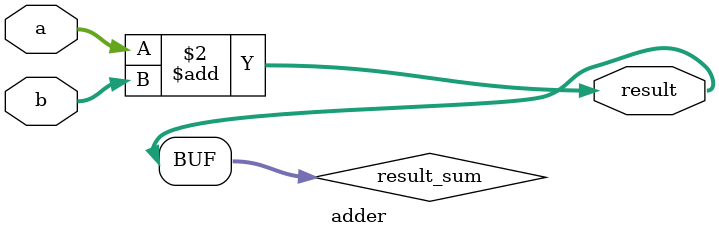
<source format=sv>
/**
 * Adder module.
 *
 * Parameters:
 *     N       - number of bits.
 *
 * Inputs:
 *     a       - first operand.
 *     b       - seconde operand.
 *
 * Outputs:
 *     result  - result.
 *
 */
module adder #(parameter N=32)
				(input  logic [N-1:0] a, b,
				 output logic [N-1:0] result);

	// Vars to save results
	logic [N-1:0] result_sum;
	
	always_comb begin
		result_sum <= a + b;
	end

	// Adder result
	assign result = result_sum;

endmodule // adder

</source>
